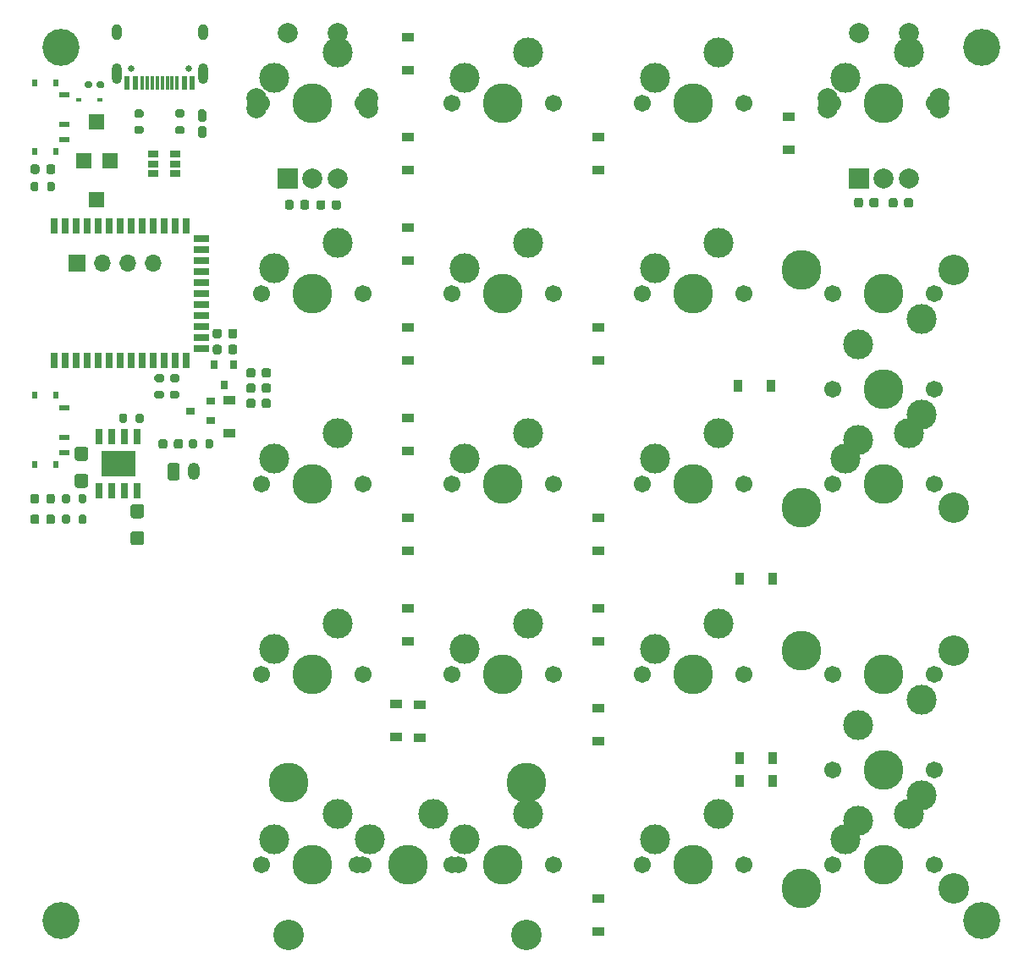
<source format=gbr>
%TF.GenerationSoftware,KiCad,Pcbnew,(5.1.9)-1*%
%TF.CreationDate,2021-08-24T14:53:50+02:00*%
%TF.ProjectId,unWired refernce,756e5769-7265-4642-9072-656665726e63,rev?*%
%TF.SameCoordinates,Original*%
%TF.FileFunction,Soldermask,Top*%
%TF.FilePolarity,Negative*%
%FSLAX46Y46*%
G04 Gerber Fmt 4.6, Leading zero omitted, Abs format (unit mm)*
G04 Created by KiCad (PCBNEW (5.1.9)-1) date 2021-08-24 14:53:50*
%MOMM*%
%LPD*%
G01*
G04 APERTURE LIST*
%ADD10R,0.500000X0.800000*%
%ADD11R,1.000000X0.500000*%
%ADD12O,1.700000X1.700000*%
%ADD13R,1.700000X1.700000*%
%ADD14R,0.700000X1.524000*%
%ADD15R,1.524000X0.700000*%
%ADD16R,3.402000X2.513000*%
%ADD17R,0.700000X1.525000*%
%ADD18C,2.000000*%
%ADD19R,2.000000X2.000000*%
%ADD20O,1.200000X1.750000*%
%ADD21R,0.900000X0.800000*%
%ADD22R,1.500000X1.500000*%
%ADD23C,1.701800*%
%ADD24C,3.987800*%
%ADD25C,3.000000*%
%ADD26C,3.048000*%
%ADD27C,3.700000*%
%ADD28R,0.900000X1.200000*%
%ADD29R,1.200000X0.900000*%
%ADD30R,0.800000X0.900000*%
%ADD31R,0.600000X0.450000*%
%ADD32R,0.600000X1.450000*%
%ADD33R,0.300000X1.450000*%
%ADD34O,1.000000X2.100000*%
%ADD35C,0.650000*%
%ADD36O,1.000000X1.600000*%
%ADD37R,1.060000X0.650000*%
G04 APERTURE END LIST*
D10*
%TO.C,S2*%
X40850000Y-47190000D03*
X38750000Y-47190000D03*
X38750000Y-54090000D03*
X40850000Y-54090000D03*
D11*
X41650000Y-52890000D03*
X41650000Y-51390000D03*
X41650000Y-48390000D03*
%TD*%
D10*
%TO.C,S1*%
X40850000Y-78490000D03*
X38750000Y-78490000D03*
X38750000Y-85390000D03*
X40850000Y-85390000D03*
D11*
X41650000Y-84190000D03*
X41650000Y-82690000D03*
X41650000Y-79690000D03*
%TD*%
%TO.C,R9*%
G36*
G01*
X39955000Y-57845000D02*
X39955000Y-57295000D01*
G75*
G02*
X40155000Y-57095000I200000J0D01*
G01*
X40555000Y-57095000D01*
G75*
G02*
X40755000Y-57295000I0J-200000D01*
G01*
X40755000Y-57845000D01*
G75*
G02*
X40555000Y-58045000I-200000J0D01*
G01*
X40155000Y-58045000D01*
G75*
G02*
X39955000Y-57845000I0J200000D01*
G01*
G37*
G36*
G01*
X38305000Y-57845000D02*
X38305000Y-57295000D01*
G75*
G02*
X38505000Y-57095000I200000J0D01*
G01*
X38905000Y-57095000D01*
G75*
G02*
X39105000Y-57295000I0J-200000D01*
G01*
X39105000Y-57845000D01*
G75*
G02*
X38905000Y-58045000I-200000J0D01*
G01*
X38505000Y-58045000D01*
G75*
G02*
X38305000Y-57845000I0J200000D01*
G01*
G37*
%TD*%
%TO.C,LED3*%
G36*
G01*
X39900000Y-56096250D02*
X39900000Y-55583750D01*
G75*
G02*
X40118750Y-55365000I218750J0D01*
G01*
X40556250Y-55365000D01*
G75*
G02*
X40775000Y-55583750I0J-218750D01*
G01*
X40775000Y-56096250D01*
G75*
G02*
X40556250Y-56315000I-218750J0D01*
G01*
X40118750Y-56315000D01*
G75*
G02*
X39900000Y-56096250I0J218750D01*
G01*
G37*
G36*
G01*
X38325000Y-56096250D02*
X38325000Y-55583750D01*
G75*
G02*
X38543750Y-55365000I218750J0D01*
G01*
X38981250Y-55365000D01*
G75*
G02*
X39200000Y-55583750I0J-218750D01*
G01*
X39200000Y-56096250D01*
G75*
G02*
X38981250Y-56315000I-218750J0D01*
G01*
X38543750Y-56315000D01*
G75*
G02*
X38325000Y-56096250I0J218750D01*
G01*
G37*
%TD*%
D12*
%TO.C,J3*%
X50540000Y-65250000D03*
X48000000Y-65250000D03*
X45460000Y-65250000D03*
D13*
X42920000Y-65250000D03*
%TD*%
D14*
%TO.C,U2*%
X40680000Y-61520000D03*
X41780000Y-61520000D03*
X42880000Y-61520000D03*
X43980000Y-61520000D03*
X45080000Y-61520000D03*
X46180000Y-61520000D03*
X47280000Y-61520000D03*
X48380000Y-61520000D03*
X49480000Y-61520000D03*
X50580000Y-61520000D03*
X51680000Y-61520000D03*
X52780000Y-61520000D03*
X53880000Y-61520000D03*
D15*
X55380000Y-62770000D03*
X55380000Y-63870000D03*
X55380000Y-64970000D03*
X55380000Y-66070000D03*
X55380000Y-67170000D03*
X55380000Y-68270000D03*
X55380000Y-69370000D03*
X55380000Y-70470000D03*
X55380000Y-71570000D03*
X55380000Y-72670000D03*
X55380000Y-73770000D03*
D14*
X53880000Y-75020000D03*
X52780000Y-75020000D03*
X51680000Y-75020000D03*
X50580000Y-75020000D03*
X49480000Y-75020000D03*
X48380000Y-75020000D03*
X47280000Y-75020000D03*
X46180000Y-75020000D03*
X45080000Y-75020000D03*
X43980000Y-75020000D03*
X42880000Y-75020000D03*
X41780000Y-75020000D03*
X40680000Y-75020000D03*
%TD*%
D16*
%TO.C,U3*%
X47070000Y-85340000D03*
D17*
X48975000Y-88052000D03*
X47705000Y-88052000D03*
X46435000Y-88052000D03*
X45165000Y-88052000D03*
X45165000Y-82628000D03*
X46435000Y-82628000D03*
X47705000Y-82628000D03*
X48975000Y-82628000D03*
%TD*%
D18*
%TO.C,ENC2*%
X129250000Y-49790000D03*
X129250000Y-48710000D03*
X118050000Y-48710000D03*
D19*
X121150000Y-56750000D03*
D18*
X123650000Y-56750000D03*
X126150000Y-56750000D03*
X121150000Y-42250000D03*
X126150000Y-42250000D03*
X118050000Y-49790000D03*
%TD*%
%TO.C,ENC1*%
X72100000Y-49790000D03*
X72100000Y-48710000D03*
X60900000Y-48710000D03*
D19*
X64000000Y-56750000D03*
D18*
X66500000Y-56750000D03*
X69000000Y-56750000D03*
X64000000Y-42250000D03*
X69000000Y-42250000D03*
X60900000Y-49790000D03*
%TD*%
D20*
%TO.C,J2*%
X54630000Y-86110000D03*
G36*
G01*
X52030000Y-86735001D02*
X52030000Y-85484999D01*
G75*
G02*
X52279999Y-85235000I249999J0D01*
G01*
X52980001Y-85235000D01*
G75*
G02*
X53230000Y-85484999I0J-249999D01*
G01*
X53230000Y-86735001D01*
G75*
G02*
X52980001Y-86985000I-249999J0D01*
G01*
X52279999Y-86985000D01*
G75*
G02*
X52030000Y-86735001I0J249999D01*
G01*
G37*
%TD*%
D21*
%TO.C,Q1*%
X54310000Y-80020000D03*
X56310000Y-79070000D03*
X56310000Y-80970000D03*
%TD*%
D22*
%TO.C,SW24*%
X43642000Y-54991000D03*
X46242000Y-54991000D03*
X44942000Y-51091000D03*
X44942000Y-58891000D03*
%TD*%
D23*
%TO.C,SW20*%
X118570000Y-125450000D03*
X128730000Y-125450000D03*
D24*
X123650000Y-125450000D03*
D25*
X119840000Y-122910000D03*
X126190000Y-120370000D03*
%TD*%
D23*
%TO.C,SW19*%
X99520000Y-125450000D03*
X109680000Y-125450000D03*
D24*
X104600000Y-125450000D03*
D25*
X100790000Y-122910000D03*
X107140000Y-120370000D03*
%TD*%
D23*
%TO.C,SW18*%
X80470000Y-125450000D03*
X90630000Y-125450000D03*
D24*
X85550000Y-125450000D03*
D25*
X81740000Y-122910000D03*
X88090000Y-120370000D03*
%TD*%
D23*
%TO.C,SW17*%
X61420000Y-125450000D03*
X71580000Y-125450000D03*
D24*
X66500000Y-125450000D03*
D25*
X62690000Y-122910000D03*
X69040000Y-120370000D03*
%TD*%
D23*
%TO.C,SW23*%
X70945000Y-125450000D03*
X81105000Y-125450000D03*
D24*
X76025000Y-125450000D03*
D25*
X72215000Y-122910000D03*
X78565000Y-120370000D03*
%TD*%
D23*
%TO.C,SW22*%
X128730000Y-115925000D03*
X118570000Y-115925000D03*
D24*
X123650000Y-115925000D03*
D25*
X127460000Y-118465000D03*
X121110000Y-121005000D03*
%TD*%
%TO.C,SW16*%
X121110000Y-111480000D03*
X127460000Y-108940000D03*
D24*
X123650000Y-106400000D03*
D23*
X118570000Y-106400000D03*
X128730000Y-106400000D03*
%TD*%
%TO.C,SW15*%
X99520000Y-106400000D03*
X109680000Y-106400000D03*
D24*
X104600000Y-106400000D03*
D25*
X100790000Y-103860000D03*
X107140000Y-101320000D03*
%TD*%
D23*
%TO.C,SW14*%
X80470000Y-106400000D03*
X90630000Y-106400000D03*
D24*
X85550000Y-106400000D03*
D25*
X81740000Y-103860000D03*
X88090000Y-101320000D03*
%TD*%
D23*
%TO.C,SW13*%
X61420000Y-106400000D03*
X71580000Y-106400000D03*
D24*
X66500000Y-106400000D03*
D25*
X62690000Y-103860000D03*
X69040000Y-101320000D03*
%TD*%
D23*
%TO.C,SW21*%
X128730000Y-77825000D03*
X118570000Y-77825000D03*
D24*
X123650000Y-77825000D03*
D25*
X127460000Y-80365000D03*
X121110000Y-82905000D03*
%TD*%
D23*
%TO.C,SW12*%
X118570000Y-87350000D03*
X128730000Y-87350000D03*
D24*
X123650000Y-87350000D03*
D25*
X119840000Y-84810000D03*
X126190000Y-82270000D03*
%TD*%
D23*
%TO.C,SW11*%
X99520000Y-87350000D03*
X109680000Y-87350000D03*
D24*
X104600000Y-87350000D03*
D25*
X100790000Y-84810000D03*
X107140000Y-82270000D03*
%TD*%
D23*
%TO.C,SW10*%
X80470000Y-87350000D03*
X90630000Y-87350000D03*
D24*
X85550000Y-87350000D03*
D25*
X81740000Y-84810000D03*
X88090000Y-82270000D03*
%TD*%
D23*
%TO.C,SW9*%
X61420000Y-87350000D03*
X71580000Y-87350000D03*
D24*
X66500000Y-87350000D03*
D25*
X62690000Y-84810000D03*
X69040000Y-82270000D03*
%TD*%
D23*
%TO.C,SW8*%
X128730000Y-68300000D03*
X118570000Y-68300000D03*
D24*
X123650000Y-68300000D03*
D25*
X127460000Y-70840000D03*
X121110000Y-73380000D03*
%TD*%
D23*
%TO.C,SW7*%
X99520000Y-68300000D03*
X109680000Y-68300000D03*
D24*
X104600000Y-68300000D03*
D25*
X100790000Y-65760000D03*
X107140000Y-63220000D03*
%TD*%
D23*
%TO.C,SW6*%
X80470000Y-68300000D03*
X90630000Y-68300000D03*
D24*
X85550000Y-68300000D03*
D25*
X81740000Y-65760000D03*
X88090000Y-63220000D03*
%TD*%
D23*
%TO.C,SW5*%
X61420000Y-68300000D03*
X71580000Y-68300000D03*
D24*
X66500000Y-68300000D03*
D25*
X62690000Y-65760000D03*
X69040000Y-63220000D03*
%TD*%
D23*
%TO.C,SW4*%
X118570000Y-49250000D03*
X128730000Y-49250000D03*
D24*
X123650000Y-49250000D03*
D25*
X119840000Y-46710000D03*
X126190000Y-44170000D03*
%TD*%
D23*
%TO.C,SW3*%
X99520000Y-49250000D03*
X109680000Y-49250000D03*
D24*
X104600000Y-49250000D03*
D25*
X100790000Y-46710000D03*
X107140000Y-44170000D03*
%TD*%
D23*
%TO.C,SW2*%
X80470000Y-49250000D03*
X90630000Y-49250000D03*
D24*
X85550000Y-49250000D03*
D25*
X81740000Y-46710000D03*
X88090000Y-44170000D03*
%TD*%
D23*
%TO.C,SW1*%
X61420000Y-49250000D03*
X71580000Y-49250000D03*
D24*
X66500000Y-49250000D03*
D25*
X62690000Y-46710000D03*
X69040000Y-44170000D03*
%TD*%
D26*
%TO.C,ST3*%
X87925000Y-132435000D03*
X64125000Y-132435000D03*
D24*
X87925000Y-117195000D03*
X64125000Y-117195000D03*
%TD*%
D26*
%TO.C,ST2*%
X130635000Y-104025000D03*
X130635000Y-127825000D03*
D24*
X115395000Y-104025000D03*
X115395000Y-127825000D03*
%TD*%
D26*
%TO.C,ST1*%
X130635000Y-65925000D03*
X130635000Y-89725000D03*
D24*
X115395000Y-65925000D03*
X115395000Y-89725000D03*
%TD*%
D27*
%TO.C,H4*%
X133450000Y-131030000D03*
%TD*%
%TO.C,H3*%
X41350000Y-131030000D03*
%TD*%
%TO.C,H2*%
X133450000Y-43670000D03*
%TD*%
%TO.C,H1*%
X41350000Y-43670000D03*
%TD*%
D28*
%TO.C,D20*%
X112590000Y-117050000D03*
X109290000Y-117050000D03*
%TD*%
D29*
%TO.C,D19*%
X95075000Y-128800000D03*
X95075000Y-132100000D03*
%TD*%
%TO.C,D18*%
X77220000Y-112700000D03*
X77220000Y-109400000D03*
%TD*%
%TO.C,D17*%
X74840000Y-112690000D03*
X74840000Y-109390000D03*
%TD*%
D28*
%TO.C,D16*%
X112590000Y-114750000D03*
X109290000Y-114750000D03*
%TD*%
D29*
%TO.C,D15*%
X95075000Y-109750000D03*
X95075000Y-113050000D03*
%TD*%
%TO.C,D14*%
X95075000Y-99750000D03*
X95075000Y-103050000D03*
%TD*%
%TO.C,D13*%
X76025000Y-99750000D03*
X76025000Y-103050000D03*
%TD*%
D28*
%TO.C,D12*%
X112590000Y-96790000D03*
X109290000Y-96790000D03*
%TD*%
D29*
%TO.C,D11*%
X95075000Y-90700000D03*
X95075000Y-94000000D03*
%TD*%
%TO.C,D10*%
X76025000Y-90700000D03*
X76025000Y-94000000D03*
%TD*%
%TO.C,D9*%
X76025000Y-80700000D03*
X76025000Y-84000000D03*
%TD*%
D28*
%TO.C,D8*%
X112400000Y-77510000D03*
X109100000Y-77510000D03*
%TD*%
D29*
%TO.C,D7*%
X95075000Y-71650000D03*
X95075000Y-74950000D03*
%TD*%
%TO.C,D6*%
X76025000Y-71650000D03*
X76025000Y-74950000D03*
%TD*%
%TO.C,D5*%
X76025000Y-61650000D03*
X76025000Y-64950000D03*
%TD*%
%TO.C,D4*%
X114125000Y-50600000D03*
X114125000Y-53900000D03*
%TD*%
%TO.C,D3*%
X95075000Y-52600000D03*
X95075000Y-55900000D03*
%TD*%
%TO.C,D2*%
X76025000Y-52600000D03*
X76025000Y-55900000D03*
%TD*%
%TO.C,D1*%
X76025000Y-42600000D03*
X76025000Y-45900000D03*
%TD*%
%TO.C,C12*%
G36*
G01*
X125705000Y-59470000D02*
X125705000Y-58970000D01*
G75*
G02*
X125930000Y-58745000I225000J0D01*
G01*
X126380000Y-58745000D01*
G75*
G02*
X126605000Y-58970000I0J-225000D01*
G01*
X126605000Y-59470000D01*
G75*
G02*
X126380000Y-59695000I-225000J0D01*
G01*
X125930000Y-59695000D01*
G75*
G02*
X125705000Y-59470000I0J225000D01*
G01*
G37*
G36*
G01*
X124155000Y-59470000D02*
X124155000Y-58970000D01*
G75*
G02*
X124380000Y-58745000I225000J0D01*
G01*
X124830000Y-58745000D01*
G75*
G02*
X125055000Y-58970000I0J-225000D01*
G01*
X125055000Y-59470000D01*
G75*
G02*
X124830000Y-59695000I-225000J0D01*
G01*
X124380000Y-59695000D01*
G75*
G02*
X124155000Y-59470000I0J225000D01*
G01*
G37*
%TD*%
%TO.C,C11*%
G36*
G01*
X122245000Y-59440000D02*
X122245000Y-58940000D01*
G75*
G02*
X122470000Y-58715000I225000J0D01*
G01*
X122920000Y-58715000D01*
G75*
G02*
X123145000Y-58940000I0J-225000D01*
G01*
X123145000Y-59440000D01*
G75*
G02*
X122920000Y-59665000I-225000J0D01*
G01*
X122470000Y-59665000D01*
G75*
G02*
X122245000Y-59440000I0J225000D01*
G01*
G37*
G36*
G01*
X120695000Y-59440000D02*
X120695000Y-58940000D01*
G75*
G02*
X120920000Y-58715000I225000J0D01*
G01*
X121370000Y-58715000D01*
G75*
G02*
X121595000Y-58940000I0J-225000D01*
G01*
X121595000Y-59440000D01*
G75*
G02*
X121370000Y-59665000I-225000J0D01*
G01*
X120920000Y-59665000D01*
G75*
G02*
X120695000Y-59440000I0J225000D01*
G01*
G37*
%TD*%
%TO.C,C10*%
G36*
G01*
X68455000Y-59660000D02*
X68455000Y-59160000D01*
G75*
G02*
X68680000Y-58935000I225000J0D01*
G01*
X69130000Y-58935000D01*
G75*
G02*
X69355000Y-59160000I0J-225000D01*
G01*
X69355000Y-59660000D01*
G75*
G02*
X69130000Y-59885000I-225000J0D01*
G01*
X68680000Y-59885000D01*
G75*
G02*
X68455000Y-59660000I0J225000D01*
G01*
G37*
G36*
G01*
X66905000Y-59660000D02*
X66905000Y-59160000D01*
G75*
G02*
X67130000Y-58935000I225000J0D01*
G01*
X67580000Y-58935000D01*
G75*
G02*
X67805000Y-59160000I0J-225000D01*
G01*
X67805000Y-59660000D01*
G75*
G02*
X67580000Y-59885000I-225000J0D01*
G01*
X67130000Y-59885000D01*
G75*
G02*
X66905000Y-59660000I0J225000D01*
G01*
G37*
%TD*%
%TO.C,C9*%
G36*
G01*
X65295000Y-59650000D02*
X65295000Y-59150000D01*
G75*
G02*
X65520000Y-58925000I225000J0D01*
G01*
X65970000Y-58925000D01*
G75*
G02*
X66195000Y-59150000I0J-225000D01*
G01*
X66195000Y-59650000D01*
G75*
G02*
X65970000Y-59875000I-225000J0D01*
G01*
X65520000Y-59875000D01*
G75*
G02*
X65295000Y-59650000I0J225000D01*
G01*
G37*
G36*
G01*
X63745000Y-59650000D02*
X63745000Y-59150000D01*
G75*
G02*
X63970000Y-58925000I225000J0D01*
G01*
X64420000Y-58925000D01*
G75*
G02*
X64645000Y-59150000I0J-225000D01*
G01*
X64645000Y-59650000D01*
G75*
G02*
X64420000Y-59875000I-225000J0D01*
G01*
X63970000Y-59875000D01*
G75*
G02*
X63745000Y-59650000I0J225000D01*
G01*
G37*
%TD*%
%TO.C,R8*%
G36*
G01*
X53005000Y-77155000D02*
X52455000Y-77155000D01*
G75*
G02*
X52255000Y-76955000I0J200000D01*
G01*
X52255000Y-76555000D01*
G75*
G02*
X52455000Y-76355000I200000J0D01*
G01*
X53005000Y-76355000D01*
G75*
G02*
X53205000Y-76555000I0J-200000D01*
G01*
X53205000Y-76955000D01*
G75*
G02*
X53005000Y-77155000I-200000J0D01*
G01*
G37*
G36*
G01*
X53005000Y-78805000D02*
X52455000Y-78805000D01*
G75*
G02*
X52255000Y-78605000I0J200000D01*
G01*
X52255000Y-78205000D01*
G75*
G02*
X52455000Y-78005000I200000J0D01*
G01*
X53005000Y-78005000D01*
G75*
G02*
X53205000Y-78205000I0J-200000D01*
G01*
X53205000Y-78605000D01*
G75*
G02*
X53005000Y-78805000I-200000J0D01*
G01*
G37*
%TD*%
%TO.C,R7*%
G36*
G01*
X50905000Y-78005000D02*
X51455000Y-78005000D01*
G75*
G02*
X51655000Y-78205000I0J-200000D01*
G01*
X51655000Y-78605000D01*
G75*
G02*
X51455000Y-78805000I-200000J0D01*
G01*
X50905000Y-78805000D01*
G75*
G02*
X50705000Y-78605000I0J200000D01*
G01*
X50705000Y-78205000D01*
G75*
G02*
X50905000Y-78005000I200000J0D01*
G01*
G37*
G36*
G01*
X50905000Y-76355000D02*
X51455000Y-76355000D01*
G75*
G02*
X51655000Y-76555000I0J-200000D01*
G01*
X51655000Y-76955000D01*
G75*
G02*
X51455000Y-77155000I-200000J0D01*
G01*
X50905000Y-77155000D01*
G75*
G02*
X50705000Y-76955000I0J200000D01*
G01*
X50705000Y-76555000D01*
G75*
G02*
X50905000Y-76355000I200000J0D01*
G01*
G37*
%TD*%
D30*
%TO.C,U4*%
X57660000Y-77440000D03*
X56710000Y-75440000D03*
X58610000Y-75440000D03*
%TD*%
%TO.C,C8*%
G36*
G01*
X58087000Y-72547000D02*
X58087000Y-72047000D01*
G75*
G02*
X58312000Y-71822000I225000J0D01*
G01*
X58762000Y-71822000D01*
G75*
G02*
X58987000Y-72047000I0J-225000D01*
G01*
X58987000Y-72547000D01*
G75*
G02*
X58762000Y-72772000I-225000J0D01*
G01*
X58312000Y-72772000D01*
G75*
G02*
X58087000Y-72547000I0J225000D01*
G01*
G37*
G36*
G01*
X56537000Y-72547000D02*
X56537000Y-72047000D01*
G75*
G02*
X56762000Y-71822000I225000J0D01*
G01*
X57212000Y-71822000D01*
G75*
G02*
X57437000Y-72047000I0J-225000D01*
G01*
X57437000Y-72547000D01*
G75*
G02*
X57212000Y-72772000I-225000J0D01*
G01*
X56762000Y-72772000D01*
G75*
G02*
X56537000Y-72547000I0J225000D01*
G01*
G37*
%TD*%
%TO.C,C7*%
G36*
G01*
X58087000Y-74137000D02*
X58087000Y-73637000D01*
G75*
G02*
X58312000Y-73412000I225000J0D01*
G01*
X58762000Y-73412000D01*
G75*
G02*
X58987000Y-73637000I0J-225000D01*
G01*
X58987000Y-74137000D01*
G75*
G02*
X58762000Y-74362000I-225000J0D01*
G01*
X58312000Y-74362000D01*
G75*
G02*
X58087000Y-74137000I0J225000D01*
G01*
G37*
G36*
G01*
X56537000Y-74137000D02*
X56537000Y-73637000D01*
G75*
G02*
X56762000Y-73412000I225000J0D01*
G01*
X57212000Y-73412000D01*
G75*
G02*
X57437000Y-73637000I0J-225000D01*
G01*
X57437000Y-74137000D01*
G75*
G02*
X57212000Y-74362000I-225000J0D01*
G01*
X56762000Y-74362000D01*
G75*
G02*
X56537000Y-74137000I0J225000D01*
G01*
G37*
%TD*%
%TO.C,C6*%
G36*
G01*
X61451000Y-77994000D02*
X61451000Y-77494000D01*
G75*
G02*
X61676000Y-77269000I225000J0D01*
G01*
X62126000Y-77269000D01*
G75*
G02*
X62351000Y-77494000I0J-225000D01*
G01*
X62351000Y-77994000D01*
G75*
G02*
X62126000Y-78219000I-225000J0D01*
G01*
X61676000Y-78219000D01*
G75*
G02*
X61451000Y-77994000I0J225000D01*
G01*
G37*
G36*
G01*
X59901000Y-77994000D02*
X59901000Y-77494000D01*
G75*
G02*
X60126000Y-77269000I225000J0D01*
G01*
X60576000Y-77269000D01*
G75*
G02*
X60801000Y-77494000I0J-225000D01*
G01*
X60801000Y-77994000D01*
G75*
G02*
X60576000Y-78219000I-225000J0D01*
G01*
X60126000Y-78219000D01*
G75*
G02*
X59901000Y-77994000I0J225000D01*
G01*
G37*
%TD*%
%TO.C,C5*%
G36*
G01*
X61445000Y-79520000D02*
X61445000Y-79020000D01*
G75*
G02*
X61670000Y-78795000I225000J0D01*
G01*
X62120000Y-78795000D01*
G75*
G02*
X62345000Y-79020000I0J-225000D01*
G01*
X62345000Y-79520000D01*
G75*
G02*
X62120000Y-79745000I-225000J0D01*
G01*
X61670000Y-79745000D01*
G75*
G02*
X61445000Y-79520000I0J225000D01*
G01*
G37*
G36*
G01*
X59895000Y-79520000D02*
X59895000Y-79020000D01*
G75*
G02*
X60120000Y-78795000I225000J0D01*
G01*
X60570000Y-78795000D01*
G75*
G02*
X60795000Y-79020000I0J-225000D01*
G01*
X60795000Y-79520000D01*
G75*
G02*
X60570000Y-79745000I-225000J0D01*
G01*
X60120000Y-79745000D01*
G75*
G02*
X59895000Y-79520000I0J225000D01*
G01*
G37*
%TD*%
%TO.C,C4*%
G36*
G01*
X61451000Y-76470000D02*
X61451000Y-75970000D01*
G75*
G02*
X61676000Y-75745000I225000J0D01*
G01*
X62126000Y-75745000D01*
G75*
G02*
X62351000Y-75970000I0J-225000D01*
G01*
X62351000Y-76470000D01*
G75*
G02*
X62126000Y-76695000I-225000J0D01*
G01*
X61676000Y-76695000D01*
G75*
G02*
X61451000Y-76470000I0J225000D01*
G01*
G37*
G36*
G01*
X59901000Y-76470000D02*
X59901000Y-75970000D01*
G75*
G02*
X60126000Y-75745000I225000J0D01*
G01*
X60576000Y-75745000D01*
G75*
G02*
X60801000Y-75970000I0J-225000D01*
G01*
X60801000Y-76470000D01*
G75*
G02*
X60576000Y-76695000I-225000J0D01*
G01*
X60126000Y-76695000D01*
G75*
G02*
X59901000Y-76470000I0J225000D01*
G01*
G37*
%TD*%
%TO.C,R6*%
G36*
G01*
X55797000Y-83603000D02*
X55797000Y-83053000D01*
G75*
G02*
X55997000Y-82853000I200000J0D01*
G01*
X56397000Y-82853000D01*
G75*
G02*
X56597000Y-83053000I0J-200000D01*
G01*
X56597000Y-83603000D01*
G75*
G02*
X56397000Y-83803000I-200000J0D01*
G01*
X55997000Y-83803000D01*
G75*
G02*
X55797000Y-83603000I0J200000D01*
G01*
G37*
G36*
G01*
X54147000Y-83603000D02*
X54147000Y-83053000D01*
G75*
G02*
X54347000Y-82853000I200000J0D01*
G01*
X54747000Y-82853000D01*
G75*
G02*
X54947000Y-83053000I0J-200000D01*
G01*
X54947000Y-83603000D01*
G75*
G02*
X54747000Y-83803000I-200000J0D01*
G01*
X54347000Y-83803000D01*
G75*
G02*
X54147000Y-83603000I0J200000D01*
G01*
G37*
%TD*%
D29*
%TO.C,ZD1*%
X58240000Y-82270000D03*
X58240000Y-78970000D03*
%TD*%
%TO.C,C3*%
G36*
G01*
X42974999Y-86330000D02*
X43825001Y-86330000D01*
G75*
G02*
X44075000Y-86579999I0J-249999D01*
G01*
X44075000Y-87480001D01*
G75*
G02*
X43825001Y-87730000I-249999J0D01*
G01*
X42974999Y-87730000D01*
G75*
G02*
X42725000Y-87480001I0J249999D01*
G01*
X42725000Y-86579999D01*
G75*
G02*
X42974999Y-86330000I249999J0D01*
G01*
G37*
G36*
G01*
X42974999Y-83630000D02*
X43825001Y-83630000D01*
G75*
G02*
X44075000Y-83879999I0J-249999D01*
G01*
X44075000Y-84780001D01*
G75*
G02*
X43825001Y-85030000I-249999J0D01*
G01*
X42974999Y-85030000D01*
G75*
G02*
X42725000Y-84780001I0J249999D01*
G01*
X42725000Y-83879999D01*
G75*
G02*
X42974999Y-83630000I249999J0D01*
G01*
G37*
%TD*%
%TO.C,LED1*%
G36*
G01*
X39170000Y-90615750D02*
X39170000Y-91128250D01*
G75*
G02*
X38951250Y-91347000I-218750J0D01*
G01*
X38513750Y-91347000D01*
G75*
G02*
X38295000Y-91128250I0J218750D01*
G01*
X38295000Y-90615750D01*
G75*
G02*
X38513750Y-90397000I218750J0D01*
G01*
X38951250Y-90397000D01*
G75*
G02*
X39170000Y-90615750I0J-218750D01*
G01*
G37*
G36*
G01*
X40745000Y-90615750D02*
X40745000Y-91128250D01*
G75*
G02*
X40526250Y-91347000I-218750J0D01*
G01*
X40088750Y-91347000D01*
G75*
G02*
X39870000Y-91128250I0J218750D01*
G01*
X39870000Y-90615750D01*
G75*
G02*
X40088750Y-90397000I218750J0D01*
G01*
X40526250Y-90397000D01*
G75*
G02*
X40745000Y-90615750I0J-218750D01*
G01*
G37*
%TD*%
%TO.C,LED2*%
G36*
G01*
X39170000Y-88561750D02*
X39170000Y-89074250D01*
G75*
G02*
X38951250Y-89293000I-218750J0D01*
G01*
X38513750Y-89293000D01*
G75*
G02*
X38295000Y-89074250I0J218750D01*
G01*
X38295000Y-88561750D01*
G75*
G02*
X38513750Y-88343000I218750J0D01*
G01*
X38951250Y-88343000D01*
G75*
G02*
X39170000Y-88561750I0J-218750D01*
G01*
G37*
G36*
G01*
X40745000Y-88561750D02*
X40745000Y-89074250D01*
G75*
G02*
X40526250Y-89293000I-218750J0D01*
G01*
X40088750Y-89293000D01*
G75*
G02*
X39870000Y-89074250I0J218750D01*
G01*
X39870000Y-88561750D01*
G75*
G02*
X40088750Y-88343000I218750J0D01*
G01*
X40526250Y-88343000D01*
G75*
G02*
X40745000Y-88561750I0J-218750D01*
G01*
G37*
%TD*%
%TO.C,C2*%
G36*
G01*
X51999000Y-83078000D02*
X51999000Y-83578000D01*
G75*
G02*
X51774000Y-83803000I-225000J0D01*
G01*
X51324000Y-83803000D01*
G75*
G02*
X51099000Y-83578000I0J225000D01*
G01*
X51099000Y-83078000D01*
G75*
G02*
X51324000Y-82853000I225000J0D01*
G01*
X51774000Y-82853000D01*
G75*
G02*
X51999000Y-83078000I0J-225000D01*
G01*
G37*
G36*
G01*
X53549000Y-83078000D02*
X53549000Y-83578000D01*
G75*
G02*
X53324000Y-83803000I-225000J0D01*
G01*
X52874000Y-83803000D01*
G75*
G02*
X52649000Y-83578000I0J225000D01*
G01*
X52649000Y-83078000D01*
G75*
G02*
X52874000Y-82853000I225000J0D01*
G01*
X53324000Y-82853000D01*
G75*
G02*
X53549000Y-83078000I0J-225000D01*
G01*
G37*
%TD*%
%TO.C,C1*%
G36*
G01*
X48564999Y-92070000D02*
X49415001Y-92070000D01*
G75*
G02*
X49665000Y-92319999I0J-249999D01*
G01*
X49665000Y-93220001D01*
G75*
G02*
X49415001Y-93470000I-249999J0D01*
G01*
X48564999Y-93470000D01*
G75*
G02*
X48315000Y-93220001I0J249999D01*
G01*
X48315000Y-92319999D01*
G75*
G02*
X48564999Y-92070000I249999J0D01*
G01*
G37*
G36*
G01*
X48564999Y-89370000D02*
X49415001Y-89370000D01*
G75*
G02*
X49665000Y-89619999I0J-249999D01*
G01*
X49665000Y-90520001D01*
G75*
G02*
X49415001Y-90770000I-249999J0D01*
G01*
X48564999Y-90770000D01*
G75*
G02*
X48315000Y-90520001I0J249999D01*
G01*
X48315000Y-89619999D01*
G75*
G02*
X48564999Y-89370000I249999J0D01*
G01*
G37*
%TD*%
%TO.C,R5*%
G36*
G01*
X47975000Y-80495000D02*
X47975000Y-81045000D01*
G75*
G02*
X47775000Y-81245000I-200000J0D01*
G01*
X47375000Y-81245000D01*
G75*
G02*
X47175000Y-81045000I0J200000D01*
G01*
X47175000Y-80495000D01*
G75*
G02*
X47375000Y-80295000I200000J0D01*
G01*
X47775000Y-80295000D01*
G75*
G02*
X47975000Y-80495000I0J-200000D01*
G01*
G37*
G36*
G01*
X49625000Y-80495000D02*
X49625000Y-81045000D01*
G75*
G02*
X49425000Y-81245000I-200000J0D01*
G01*
X49025000Y-81245000D01*
G75*
G02*
X48825000Y-81045000I0J200000D01*
G01*
X48825000Y-80495000D01*
G75*
G02*
X49025000Y-80295000I200000J0D01*
G01*
X49425000Y-80295000D01*
G75*
G02*
X49625000Y-80495000I0J-200000D01*
G01*
G37*
%TD*%
%TO.C,R4*%
G36*
G01*
X42255000Y-88543000D02*
X42255000Y-89093000D01*
G75*
G02*
X42055000Y-89293000I-200000J0D01*
G01*
X41655000Y-89293000D01*
G75*
G02*
X41455000Y-89093000I0J200000D01*
G01*
X41455000Y-88543000D01*
G75*
G02*
X41655000Y-88343000I200000J0D01*
G01*
X42055000Y-88343000D01*
G75*
G02*
X42255000Y-88543000I0J-200000D01*
G01*
G37*
G36*
G01*
X43905000Y-88543000D02*
X43905000Y-89093000D01*
G75*
G02*
X43705000Y-89293000I-200000J0D01*
G01*
X43305000Y-89293000D01*
G75*
G02*
X43105000Y-89093000I0J200000D01*
G01*
X43105000Y-88543000D01*
G75*
G02*
X43305000Y-88343000I200000J0D01*
G01*
X43705000Y-88343000D01*
G75*
G02*
X43905000Y-88543000I0J-200000D01*
G01*
G37*
%TD*%
%TO.C,R3*%
G36*
G01*
X43105000Y-91147000D02*
X43105000Y-90597000D01*
G75*
G02*
X43305000Y-90397000I200000J0D01*
G01*
X43705000Y-90397000D01*
G75*
G02*
X43905000Y-90597000I0J-200000D01*
G01*
X43905000Y-91147000D01*
G75*
G02*
X43705000Y-91347000I-200000J0D01*
G01*
X43305000Y-91347000D01*
G75*
G02*
X43105000Y-91147000I0J200000D01*
G01*
G37*
G36*
G01*
X41455000Y-91147000D02*
X41455000Y-90597000D01*
G75*
G02*
X41655000Y-90397000I200000J0D01*
G01*
X42055000Y-90397000D01*
G75*
G02*
X42255000Y-90597000I0J-200000D01*
G01*
X42255000Y-91147000D01*
G75*
G02*
X42055000Y-91347000I-200000J0D01*
G01*
X41655000Y-91347000D01*
G75*
G02*
X41455000Y-91147000I0J200000D01*
G01*
G37*
%TD*%
D31*
%TO.C,TVS1*%
X45246000Y-48895000D03*
X43146000Y-48895000D03*
%TD*%
%TO.C,F1*%
G36*
G01*
X55692500Y-51100000D02*
X55267500Y-51100000D01*
G75*
G02*
X55055000Y-50887500I0J212500D01*
G01*
X55055000Y-50087500D01*
G75*
G02*
X55267500Y-49875000I212500J0D01*
G01*
X55692500Y-49875000D01*
G75*
G02*
X55905000Y-50087500I0J-212500D01*
G01*
X55905000Y-50887500D01*
G75*
G02*
X55692500Y-51100000I-212500J0D01*
G01*
G37*
G36*
G01*
X55692500Y-52725000D02*
X55267500Y-52725000D01*
G75*
G02*
X55055000Y-52512500I0J212500D01*
G01*
X55055000Y-51712500D01*
G75*
G02*
X55267500Y-51500000I212500J0D01*
G01*
X55692500Y-51500000D01*
G75*
G02*
X55905000Y-51712500I0J-212500D01*
G01*
X55905000Y-52512500D01*
G75*
G02*
X55692500Y-52725000I-212500J0D01*
G01*
G37*
%TD*%
%TO.C,FB1*%
G36*
G01*
X44944000Y-47560000D02*
X44944000Y-47240000D01*
G75*
G02*
X45104000Y-47080000I160000J0D01*
G01*
X45499000Y-47080000D01*
G75*
G02*
X45659000Y-47240000I0J-160000D01*
G01*
X45659000Y-47560000D01*
G75*
G02*
X45499000Y-47720000I-160000J0D01*
G01*
X45104000Y-47720000D01*
G75*
G02*
X44944000Y-47560000I0J160000D01*
G01*
G37*
G36*
G01*
X43749000Y-47560000D02*
X43749000Y-47240000D01*
G75*
G02*
X43909000Y-47080000I160000J0D01*
G01*
X44304000Y-47080000D01*
G75*
G02*
X44464000Y-47240000I0J-160000D01*
G01*
X44464000Y-47560000D01*
G75*
G02*
X44304000Y-47720000I-160000J0D01*
G01*
X43909000Y-47720000D01*
G75*
G02*
X43749000Y-47560000I0J160000D01*
G01*
G37*
%TD*%
D32*
%TO.C,J1*%
X47980000Y-47215000D03*
X48780000Y-47215000D03*
X53680000Y-47215000D03*
X54480000Y-47215000D03*
X54480000Y-47215000D03*
X53680000Y-47215000D03*
X48780000Y-47215000D03*
X47980000Y-47215000D03*
D33*
X52980000Y-47215000D03*
X52480000Y-47215000D03*
X51980000Y-47215000D03*
X50980000Y-47215000D03*
X50480000Y-47215000D03*
X49980000Y-47215000D03*
X49480000Y-47215000D03*
X51480000Y-47215000D03*
D34*
X46910000Y-46300000D03*
X55550000Y-46300000D03*
D35*
X54120000Y-45770000D03*
D36*
X55550000Y-42120000D03*
D35*
X48340000Y-45770000D03*
D36*
X46910000Y-42120000D03*
%TD*%
%TO.C,R2*%
G36*
G01*
X49425000Y-50675000D02*
X48875000Y-50675000D01*
G75*
G02*
X48675000Y-50475000I0J200000D01*
G01*
X48675000Y-50075000D01*
G75*
G02*
X48875000Y-49875000I200000J0D01*
G01*
X49425000Y-49875000D01*
G75*
G02*
X49625000Y-50075000I0J-200000D01*
G01*
X49625000Y-50475000D01*
G75*
G02*
X49425000Y-50675000I-200000J0D01*
G01*
G37*
G36*
G01*
X49425000Y-52325000D02*
X48875000Y-52325000D01*
G75*
G02*
X48675000Y-52125000I0J200000D01*
G01*
X48675000Y-51725000D01*
G75*
G02*
X48875000Y-51525000I200000J0D01*
G01*
X49425000Y-51525000D01*
G75*
G02*
X49625000Y-51725000I0J-200000D01*
G01*
X49625000Y-52125000D01*
G75*
G02*
X49425000Y-52325000I-200000J0D01*
G01*
G37*
%TD*%
%TO.C,R1*%
G36*
G01*
X53535000Y-50675000D02*
X52985000Y-50675000D01*
G75*
G02*
X52785000Y-50475000I0J200000D01*
G01*
X52785000Y-50075000D01*
G75*
G02*
X52985000Y-49875000I200000J0D01*
G01*
X53535000Y-49875000D01*
G75*
G02*
X53735000Y-50075000I0J-200000D01*
G01*
X53735000Y-50475000D01*
G75*
G02*
X53535000Y-50675000I-200000J0D01*
G01*
G37*
G36*
G01*
X53535000Y-52325000D02*
X52985000Y-52325000D01*
G75*
G02*
X52785000Y-52125000I0J200000D01*
G01*
X52785000Y-51725000D01*
G75*
G02*
X52985000Y-51525000I200000J0D01*
G01*
X53535000Y-51525000D01*
G75*
G02*
X53735000Y-51725000I0J-200000D01*
G01*
X53735000Y-52125000D01*
G75*
G02*
X53535000Y-52325000I-200000J0D01*
G01*
G37*
%TD*%
D37*
%TO.C,U1*%
X52810000Y-55310000D03*
X52810000Y-54360000D03*
X52810000Y-56260000D03*
X50610000Y-56260000D03*
X50610000Y-55310000D03*
X50610000Y-54360000D03*
%TD*%
M02*

</source>
